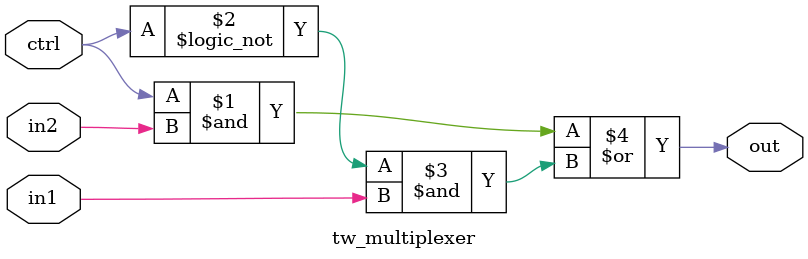
<source format=sv>
`timescale 1ns/1ps

module tw_multiplexer (
    input logic in1, in2, ctrl,
    output logic out
);

    assign out = (ctrl & in2) | (!ctrl & in1);

endmodule

</source>
